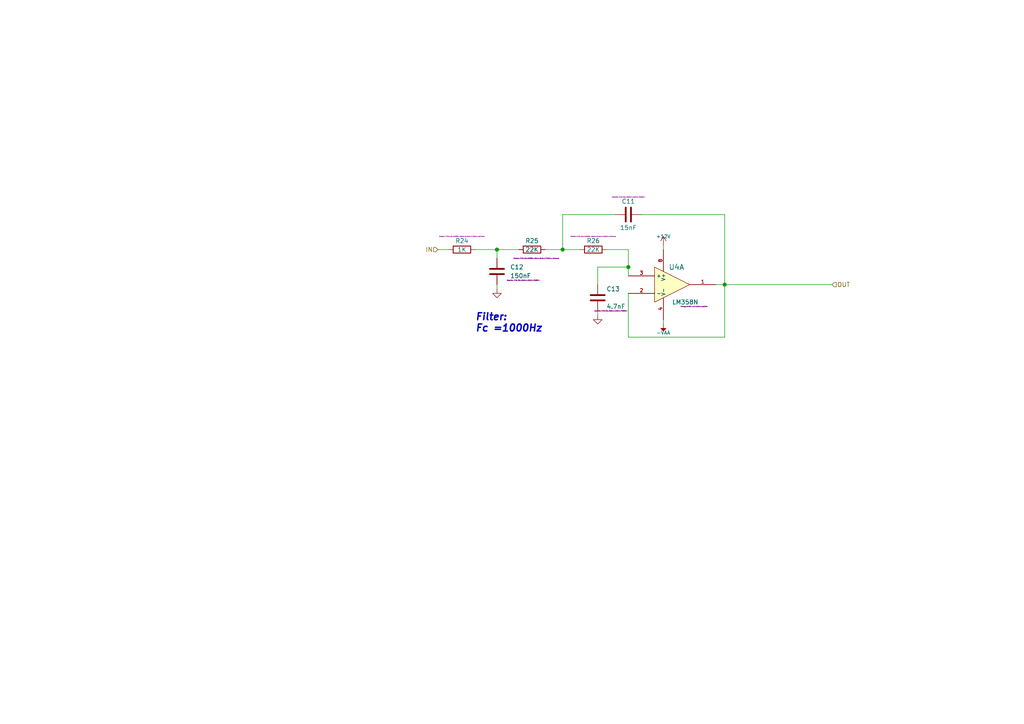
<source format=kicad_sch>
(kicad_sch (version 20210406) (generator eeschema)
  (paper "A4")
  (lib_symbols
    (symbol "complex_hierarchy_schlib:+12V" (power) (pin_names (offset 0))
      (property "Value" "+12V" (at 0 3.556 0))
      (symbol "+12V_0_1"
        (polyline (pts (xy -0.762 1.27) (xy 0 2.54)))
        (polyline (pts (xy 0 0) (xy 0 2.54)))
        (polyline (pts (xy 0 2.54) (xy 0.762 1.27)))
      )
      (symbol "+12V_1_1"
        (pin power_in line (at 0 0 90) (length 0) hide (name "+12V") (number "1"))
      )
    )
    (symbol "complex_hierarchy_schlib:-VAA" (power) (pin_names (offset 0))
      (property "Value" "-VAA" (at 0 2.54 0))
      (symbol "-VAA_0_0"
        (pin power_in line (at 0 0 90) (length 0) hide (name "-VAA") (number "1"))
      )
      (symbol "-VAA_0_1"
        (polyline (pts (xy 0 0) (xy 0 1.27) (xy 0 1.27)))
        (polyline (pts (xy 0 2.032) (xy 0.762 1.27) (xy -0.508 1.27) (xy -0.762 1.27) (xy 0 2.032) (xy 0 2.032) (xy 0 2.032)) (fill (type outline)))
      )
    )
    (symbol "complex_hierarchy_schlib:C" (pin_numbers hide) (pin_names (offset 0.254))
      (property "Reference" "C" (at 0.635 2.54 0))
      (property "Value" "C" (at 0.635 -2.54 0))
      (symbol "C_0_1"
        (polyline (pts (xy -2.032 -0.762) (xy 2.032 -0.762)) (stroke (width 0.508)))
        (polyline (pts (xy -2.032 0.762) (xy 2.032 0.762)) (stroke (width 0.508)))
      )
      (symbol "C_1_1"
        (pin passive line (at 0 3.81 270) (length 2.794) (name "~") (number "1"))
        (pin passive line (at 0 -3.81 90) (length 2.794) (name "~") (number "2"))
      )
    )
    (symbol "complex_hierarchy_schlib:GND" (power) (pin_names (offset 0))
      (property "Value" "GND" (at 0 -3.1242 0))
      (symbol "GND_0_1"
        (polyline (pts (xy 0 0) (xy 0 -1.27) (xy 1.27 -1.27) (xy 0 -2.54) (xy -1.27 -1.27) (xy 0 -1.27)))
      )
      (symbol "GND_1_1"
        (pin power_in line (at 0 0 270) (length 0) hide (name "GND") (number "1"))
      )
    )
    (symbol "complex_hierarchy_schlib:LM358N"
      (property "Reference" "U" (at -1.27 5.08 0))
      (property "Value" "LM358N" (at -1.27 -6.35 0))
      (symbol "LM358N_0_1"
        (polyline (pts (xy -5.08 5.08) (xy 5.08 0) (xy -5.08 -5.08) (xy -5.08 5.08)) (fill (type background)))
        (pin power_in line (at -2.54 -10.16 90) (length 6.35) (name "V-") (number "4"))
        (pin power_in line (at -2.54 10.16 270) (length 6.35) (name "V+") (number "8"))
      )
      (symbol "LM358N_1_1"
        (pin output line (at 12.7 0 180) (length 7.62) (name "~") (number "1"))
        (pin input line (at -12.7 -2.54 0) (length 7.62) (name "-") (number "2"))
        (pin input line (at -12.7 2.54 0) (length 7.62) (name "+") (number "3"))
      )
      (symbol "LM358N_2_1"
        (pin input line (at -12.7 2.54 0) (length 7.62) (name "+") (number "5"))
        (pin input line (at -12.7 -2.54 0) (length 7.62) (name "-") (number "6"))
        (pin output line (at 12.7 0 180) (length 7.62) (name "~") (number "7"))
      )
    )
    (symbol "complex_hierarchy_schlib:R" (pin_numbers hide) (pin_names (offset 0))
      (property "Reference" "R" (at 2.032 0 90))
      (property "Value" "R" (at 0 0 90))
      (symbol "R_0_1"
        (rectangle (start -1.016 -2.54) (end 1.016 2.54) (stroke (width 0.254)))
      )
      (symbol "R_1_1"
        (pin passive line (at 0 3.81 270) (length 1.27) (name "~") (number "1"))
        (pin passive line (at 0 -3.81 90) (length 1.27) (name "~") (number "2"))
      )
    )
  )
  (junction (at 144.145 72.39) (diameter 1.016))
  (junction (at 163.195 72.39) (diameter 1.016))
  (junction (at 182.245 77.47) (diameter 1.016))
  (junction (at 210.185 82.55) (diameter 1.016))
  (wire (pts (xy 127 72.39) (xy 130.175 72.39)))
  (wire (pts (xy 137.795 72.39) (xy 144.145 72.39)))
  (wire (pts (xy 144.145 72.39) (xy 150.495 72.39)))
  (wire (pts (xy 144.145 74.93) (xy 144.145 72.39)))
  (wire (pts (xy 144.145 83.82) (xy 144.145 82.55)))
  (wire (pts (xy 158.115 72.39) (xy 163.195 72.39)))
  (wire (pts (xy 163.195 62.23) (xy 163.195 72.39)))
  (wire (pts (xy 163.195 72.39) (xy 168.275 72.39)))
  (wire (pts (xy 173.355 77.47) (xy 173.355 82.55)))
  (wire (pts (xy 173.355 91.44) (xy 173.355 90.17)))
  (wire (pts (xy 178.435 62.23) (xy 163.195 62.23)))
  (wire (pts (xy 182.245 72.39) (xy 175.895 72.39)))
  (wire (pts (xy 182.245 72.39) (xy 182.245 77.47)))
  (wire (pts (xy 182.245 77.47) (xy 173.355 77.47)))
  (wire (pts (xy 182.245 77.47) (xy 182.245 80.01)))
  (wire (pts (xy 182.245 85.09) (xy 182.245 97.79)))
  (wire (pts (xy 182.245 97.79) (xy 210.185 97.79)))
  (wire (pts (xy 192.405 71.12) (xy 192.405 72.39)))
  (wire (pts (xy 192.405 93.98) (xy 192.405 92.71)))
  (wire (pts (xy 207.645 82.55) (xy 210.185 82.55)))
  (wire (pts (xy 210.185 62.23) (xy 186.055 62.23)))
  (wire (pts (xy 210.185 82.55) (xy 210.185 62.23)))
  (wire (pts (xy 210.185 82.55) (xy 241.3 82.55)))
  (wire (pts (xy 210.185 97.79) (xy 210.185 82.55)))
  (text "Filter:\nFc =1000Hz" (at 137.795 96.52 0) (effects (font (size 2.032 2.032) (thickness 0.4064) bold italic) (justify left bottom)))
  (hierarchical_label "IN" (shape input) (at 127 72.39 180))
  (hierarchical_label "OUT" (shape input) (at 241.3 82.55 0))
  (symbol (lib_id "complex_hierarchy_schlib:-VAA") (at 192.405 93.98 180)
    (property "Reference" "#PWR042" (effects hide))
    (property "Value" "-VAA" (at 192.405 96.52 0) (effects (font (size 1.016 1.016))))
  )
  (symbol (lib_id "complex_hierarchy_schlib:+12V") (at 192.405 71.12 0)
    (property "Reference" "#U08" (effects hide))
    (property "Value" "+12V" (at 192.405 68.58 0) (effects (font (size 1.016 1.016))))
  )
  (symbol (lib_id "complex_hierarchy_schlib:GND") (at 144.145 83.82 0)
    (property "Reference" "#PWR040" (effects hide))
    (property "Value" "GND" (effects hide))
  )
  (symbol (lib_id "complex_hierarchy_schlib:GND") (at 173.355 91.44 0)
    (property "Reference" "#PWR041" (effects hide))
    (property "Value" "GND" (effects hide))
  )
  (symbol (lib_id "complex_hierarchy_schlib:R") (at 133.985 72.39 270)
    (property "Reference" "R24" (at 133.985 69.85 90))
    (property "Value" "1K" (at 133.985 72.39 90))
    (property "Footprint" "Resistor_THT:R_Axial_DIN0204_L3.6mm_D1.6mm_P7.62mm_Horizontal" (at 133.985 68.58 90) (effects (font (size 0.254 0.254))))
  )
  (symbol (lib_id "complex_hierarchy_schlib:R") (at 154.305 72.39 270)
    (property "Reference" "R25" (at 154.305 69.85 90))
    (property "Value" "22K" (at 154.305 72.39 90))
    (property "Footprint" "Resistor_THT:R_Axial_DIN0204_L3.6mm_D1.6mm_P7.62mm_Horizontal" (at 155.575 74.93 90) (effects (font (size 0.254 0.254))))
  )
  (symbol (lib_id "complex_hierarchy_schlib:R") (at 172.085 72.39 270)
    (property "Reference" "R26" (at 172.085 69.85 90))
    (property "Value" "22K" (at 172.085 72.39 90))
    (property "Footprint" "Resistor_THT:R_Axial_DIN0204_L3.6mm_D1.6mm_P7.62mm_Horizontal" (at 172.085 68.58 90) (effects (font (size 0.254 0.254))))
  )
  (symbol (lib_id "complex_hierarchy_schlib:C") (at 144.145 78.74 0)
    (property "Reference" "C12" (at 147.955 77.47 0) (effects (justify left)))
    (property "Value" "150nF" (at 147.955 80.01 0) (effects (justify left)))
    (property "Footprint" "Capacitor_THT:C_Disc_D5.0mm_W2.5mm_P5.00mm" (at 151.765 81.28 0) (effects (font (size 0.254 0.254))))
  )
  (symbol (lib_id "complex_hierarchy_schlib:C") (at 173.355 86.36 0)
    (property "Reference" "C13" (at 175.895 83.82 0) (effects (justify left)))
    (property "Value" "4.7nF" (at 175.895 88.9 0) (effects (justify left)))
    (property "Footprint" "Capacitor_THT:C_Disc_D5.0mm_W2.5mm_P5.00mm" (at 177.165 90.17 0) (effects (font (size 0.254 0.254))))
  )
  (symbol (lib_id "complex_hierarchy_schlib:C") (at 182.245 62.23 270)
    (property "Reference" "C11" (at 182.245 58.42 90))
    (property "Value" "15nF" (at 182.245 66.04 90))
    (property "Footprint" "Capacitor_THT:C_Disc_D5.0mm_W2.5mm_P5.00mm" (at 182.245 57.15 90) (effects (font (size 0.254 0.254))))
  )
  (symbol (lib_id "complex_hierarchy_schlib:LM358N") (at 194.945 82.55 0)
    (property "Reference" "U4" (at 196.215 77.47 0) (effects (font (size 1.524 1.524))))
    (property "Value" "LM358N" (at 198.755 87.63 0))
    (property "Footprint" "Package_DIP:DIP-8_W7.62mm_LongPads" (at 201.295 88.9 0) (effects (font (size 0.254 0.254))))
  )
)
</source>
